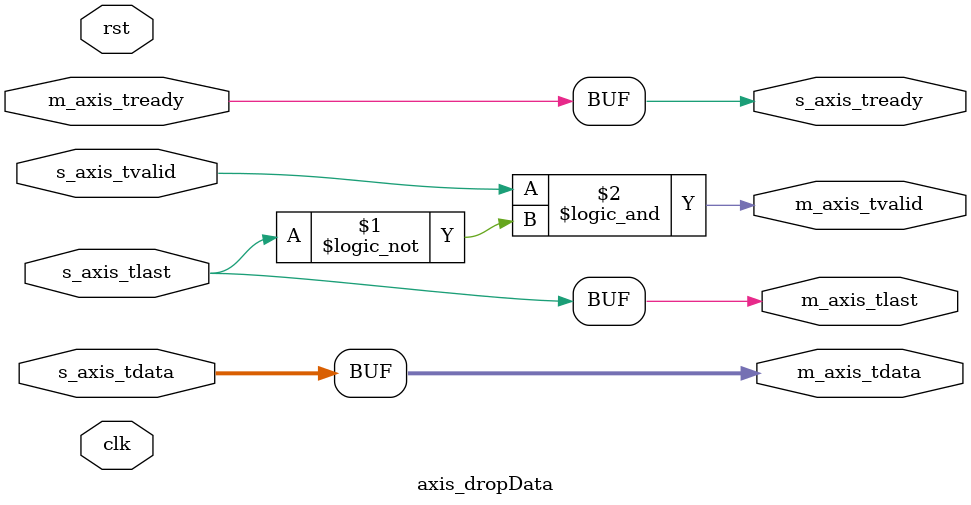
<source format=v>
module axis_dropData #
(
    parameter DATA_WIDTH  = 64
)
(
    input                   clk             ,
    input                   rst             ,

    output                  s_axis_tready   ,
    input  [DATA_WIDTH-1:0] s_axis_tdata    ,
    input                   s_axis_tlast    ,
    input                   s_axis_tvalid   ,

    input                   m_axis_tready   ,
    output [DATA_WIDTH-1:0] m_axis_tdata    ,
    output                  m_axis_tlast    ,
    output                  m_axis_tvalid   
);

    assign s_axis_tready = m_axis_tready;
    assign m_axis_tdata  = s_axis_tdata;
    assign m_axis_tvalid = s_axis_tvalid && !s_axis_tlast;
    assign m_axis_tlast  = s_axis_tlast;

endmodule
</source>
